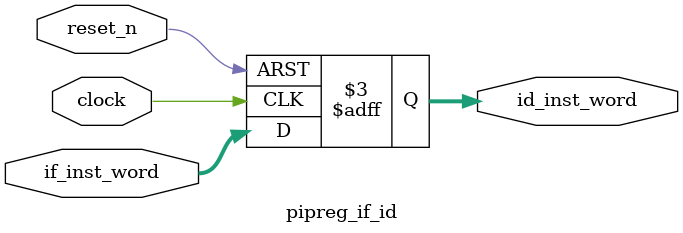
<source format=sv>
module pipreg_if_id(

  input [31:0] if_inst_word,


  output reg [31:0] id_inst_word,

  input clock,
  input reset_n
);

  always_ff @(posedge clock, negedge reset_n) begin
    if (~reset_n) begin
    
      id_inst_word <= 'b0;
    end
    else begin
    
      id_inst_word <= if_inst_word;
    end
  end

endmodule

</source>
